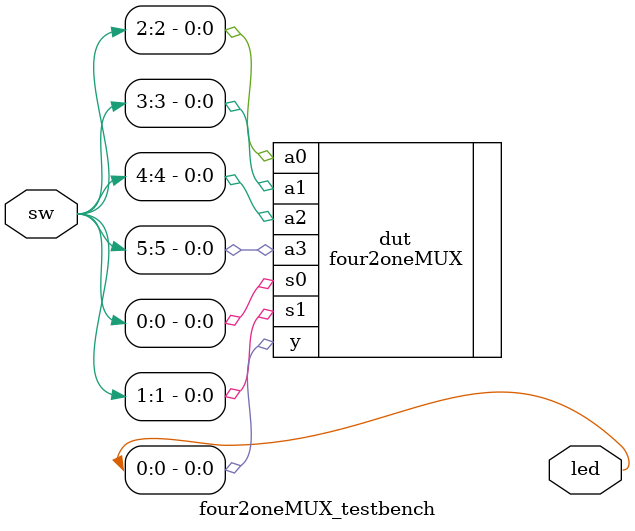
<source format=v>
`timescale 1ns / 1ps



module four2oneMUX_testbench(input[15:0] sw,output [15:0] led);
    four2oneMUX dut(
                    .s0(sw[0]),
                    .s1(sw[1]),
                    .a0(sw[2]),
                    .a1(sw[3]),
                    .a2(sw[4]),
                    .a3(sw[5]),
                    .y(led[0])
                    );
    
endmodule

</source>
